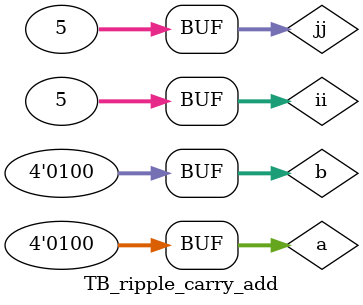
<source format=v>
module TB_ripple_carry_add ();
    
    parameter N = 4;
    
    reg [N-1:0] a = 0;
    reg [N-1:0] b = 0;
    wire [N:0]  s;
    
    nbit_ripple_add #(.N(N)) nbit_ripple_add
    (
    .A(a),
    .B(b),
    .S(s)
    );
    integer ii,jj;
    initial begin
        for (ii = 0; ii< N+1; ii = ii+1) begin
            for (jj = 0; jj< N+1; jj = jj+1) begin
                a = ii;
                b = jj;
                #10;
            end
        end
    end
    
endmodule

</source>
